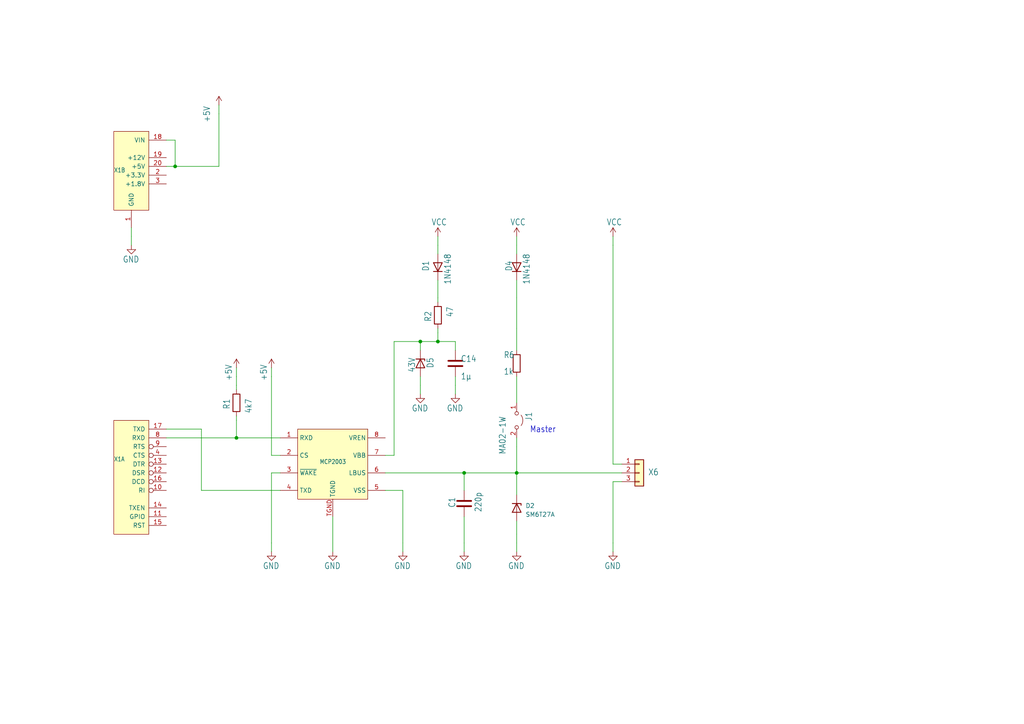
<source format=kicad_sch>
(kicad_sch (version 20250114) (generator "eeschema") (generator_version "9.0")
  (paper "A4")
  (title_block (date "2023-06-27"))
  (lib_symbols
    (symbol "AllSerial:AllSerial_Connector" (pin_names (offset 1.016))
      (property "Reference" "X" (at -5.08 19.05 0))
      (symbol "AllSerial_Connector_1_0"
        (pin output line (at 10.16 15.24 180) (length 5.08) (name "TXD") (number "17"))
        (pin input line (at 10.16 12.7 180) (length 5.08) (name "RXD") (number "8"))
        (pin output inverted (at 10.16 10.16 180) (length 5.08) (name "RTS") (number "9"))
        (pin input inverted (at 10.16 7.62 180) (length 5.08) (name "CTS") (number "4"))
        (pin output inverted (at 10.16 5.08 180) (length 5.08) (name "DTR") (number "13"))
        (pin input inverted (at 10.16 2.54 180) (length 5.08) (name "DSR") (number "12"))
        (pin input inverted (at 10.16 0 180) (length 5.08) (name "DCD") (number "16"))
        (pin input inverted (at 10.16 -2.54 180) (length 5.08) (name "RI") (number "10"))
        (pin output line (at 10.16 -7.62 180) (length 5.08) (name "TXEN") (number "14"))
        (pin bidirectional line (at 10.16 -10.16 180) (length 5.08) (name "GPIO") (number "11"))
        (pin bidirectional line (at 10.16 -12.7 180) (length 5.08) (name "RST") (number "15"))
      )
      (symbol "AllSerial_Connector_1_1"
        (rectangle (start -5.08 17.78) (end 5.08 -15.24) (fill (type background)))
      )
      (symbol "AllSerial_Connector_2_0"
        (pin bidirectional line (at 0 -10.16 90) (length 5.08) (name "GND") (number "1"))
        (pin bidirectional line (at 10.16 15.24 180) (length 5.08) (name "VIN") (number "18"))
        (pin bidirectional line (at 10.16 10.16 180) (length 5.08) (name "+12V") (number "19"))
        (pin bidirectional line (at 10.16 7.62 180) (length 5.08) (name "+5V") (number "20"))
        (pin bidirectional line (at 10.16 5.08 180) (length 5.08) (name "+3.3V") (number "2"))
        (pin bidirectional line (at 10.16 2.54 180) (length 5.08) (name "+1.8V") (number "3"))
      )
      (symbol "AllSerial_Connector_2_1"
        (rectangle (start -5.08 17.78) (end 5.08 -5.08) (fill (type background)))
      )
      (symbol "AllSerial_Connector_3_0"
        (pin bidirectional line (at 10.16 15.24 180) (length 5.08) (name "VUSB") (number "7"))
        (pin bidirectional line (at 10.16 12.7 180) (length 5.08) (name "D+") (number "6"))
        (pin bidirectional line (at 10.16 10.16 180) (length 5.08) (name "D-") (number "5"))
      )
      (symbol "AllSerial_Connector_3_1"
        (rectangle (start -5.08 17.78) (end 5.08 7.62) (fill (type background)))
      )
    )
    (symbol "AllSerial:MCP2003"
      (property "Value" "MCP2003" (at -3.81 0 0))
      (symbol "MCP2003_0_1"
        (rectangle (start -10.16 10.16) (end 10.16 -10.16) (fill (type background)))
      )
      (symbol "MCP2003_1_0"
        (pin input line (at -15.24 7.62 0) (length 5.08) (name "RXD") (number "1"))
        (pin input line (at -15.24 2.54 0) (length 5.08) (name "CS") (number "2"))
        (pin input line (at -15.24 -2.54 0) (length 5.08) (name "~{WAKE}") (number "3"))
        (pin output line (at -15.24 -7.62 0) (length 5.08) (name "TXD") (number "4"))
        (pin power_in line (at 0 -15.24 90) (length 5.08) (name "TGND") (number "TGND"))
        (pin output line (at 15.24 7.62 180) (length 5.08) (name "VREN") (number "8"))
        (pin power_in line (at 15.24 2.54 180) (length 5.08) (name "VBB") (number "7"))
        (pin bidirectional line (at 15.24 -2.54 180) (length 5.08) (name "LBUS") (number "6"))
        (pin power_in line (at 15.24 -7.62 180) (length 5.08) (name "VSS") (number "5"))
      )
    )
    (symbol "Connector_Generic:Conn_01x03" (pin_names (offset 1.016) (hide yes))
      (property "Reference" "J" (at 0 5.08 0))
      (property "Value" "Conn_01x03" (at 0 -5.08 0))
      (symbol "Conn_01x03_1_1"
        (rectangle (start -1.27 3.81) (end 1.27 -3.81) (stroke (width 0.254)) (fill (type background)))
        (rectangle (start -1.27 2.667) (end 0 2.413) (stroke (width 0.1524)))
        (rectangle (start -1.27 0.127) (end 0 -0.127) (stroke (width 0.1524)))
        (rectangle (start -1.27 -2.413) (end 0 -2.667) (stroke (width 0.1524)))
        (pin passive line (at -5.08 2.54 0) (length 3.81) (name "Pin_1") (number "1"))
        (pin passive line (at -5.08 0 0) (length 3.81) (name "Pin_2") (number "2"))
        (pin passive line (at -5.08 -2.54 0) (length 3.81) (name "Pin_3") (number "3"))
      )
    )
    (symbol "Device:C" (pin_numbers (hide yes)) (pin_names (offset 0.254))
      (property "Reference" "C" (at 0.635 2.54 0))
      (property "Value" "C" (at 0.635 -2.54 0))
      (symbol "C_0_1"
        (polyline (pts (xy -2.032 0.762) (xy 2.032 0.762)) (stroke (width 0.508)))
        (polyline (pts (xy -2.032 -0.762) (xy 2.032 -0.762)) (stroke (width 0.508)))
      )
      (symbol "C_1_1"
        (pin passive line (at 0 3.81 270) (length 2.794) (name "~") (number "1"))
        (pin passive line (at 0 -3.81 90) (length 2.794) (name "~") (number "2"))
      )
    )
    (symbol "Device:D" (pin_numbers (hide yes)) (pin_names (offset 1.016) (hide yes))
      (property "Reference" "D" (at 0 2.54 0))
      (property "Value" "D" (at 0 -2.54 0))
      (symbol "D_0_1"
        (polyline (pts (xy -1.27 1.27) (xy -1.27 -1.27)) (stroke (width 0.254)))
        (polyline (pts (xy 1.27 1.27) (xy 1.27 -1.27) (xy -1.27 0) (xy 1.27 1.27)) (stroke (width 0.254)))
        (polyline (pts (xy 1.27 0) (xy -1.27 0)))
      )
      (symbol "D_1_1"
        (pin passive line (at -3.81 0 0) (length 2.54) (name "K") (number "1"))
        (pin passive line (at 3.81 0 180) (length 2.54) (name "A") (number "2"))
      )
    )
    (symbol "Device:D_Zener" (pin_numbers (hide yes)) (pin_names (offset 1.016) (hide yes))
      (property "Reference" "D" (at 0 2.54 0))
      (property "Value" "D_Zener" (at 0 -2.54 0))
      (symbol "D_Zener_0_1"
        (polyline (pts (xy -1.27 -1.27) (xy -1.27 1.27) (xy -0.762 1.27)) (stroke (width 0.254)))
        (polyline (pts (xy 1.27 0) (xy -1.27 0)))
        (polyline (pts (xy 1.27 -1.27) (xy 1.27 1.27) (xy -1.27 0) (xy 1.27 -1.27)) (stroke (width 0.254)))
      )
      (symbol "D_Zener_1_1"
        (pin passive line (at -3.81 0 0) (length 2.54) (name "K") (number "1"))
        (pin passive line (at 3.81 0 180) (length 2.54) (name "A") (number "2"))
      )
    )
    (symbol "Device:R" (pin_numbers (hide yes)) (pin_names (offset 0))
      (property "Reference" "R" (at 2.032 0 90))
      (property "Value" "R" (at 0 0 90))
      (symbol "R_0_1"
        (rectangle (start -1.016 -2.54) (end 1.016 2.54) (stroke (width 0.254)))
      )
      (symbol "R_1_1"
        (pin passive line (at 0 3.81 270) (length 1.27) (name "~") (number "1"))
        (pin passive line (at 0 -3.81 90) (length 1.27) (name "~") (number "2"))
      )
    )
    (symbol "Jumper:Jumper_2_Open" (pin_names (offset 0) (hide yes))
      (property "Reference" "JP" (at 0 2.794 0))
      (property "Value" "Jumper_2_Open" (at 0 -2.286 0))
      (symbol "Jumper_2_Open_0_0"
        (circle (center -2.032 0) (radius 0.508))
        (circle (center 2.032 0) (radius 0.508))
      )
      (symbol "Jumper_2_Open_0_1"
        (arc (start -1.524 1.27) (mid 0 1.778) (end 1.524 1.27))
      )
      (symbol "Jumper_2_Open_1_1"
        (pin passive line (at -5.08 0 0) (length 2.54) (name "A") (number "1"))
        (pin passive line (at 5.08 0 180) (length 2.54) (name "B") (number "2"))
      )
    )
    (symbol "power:+5V" (power) (pin_names (offset 0))
      (property "Value" "+5V" (at 0 3.556 0))
      (symbol "+5V_0_1"
        (polyline (pts (xy -0.762 1.27) (xy 0 2.54)))
        (polyline (pts (xy 0 2.54) (xy 0.762 1.27)))
        (polyline (pts (xy 0 0) (xy 0 2.54)))
      )
      (symbol "+5V_1_1"
        (pin power_in line (at 0 0 90) (length 0) (hide yes) (name "+5V") (number "1"))
      )
    )
    (symbol "power:GND" (power) (pin_names (offset 0))
      (property "Value" "GND" (at 0 -3.81 0))
      (symbol "GND_0_1"
        (polyline (pts (xy 0 0) (xy 0 -1.27) (xy 1.27 -1.27) (xy 0 -2.54) (xy -1.27 -1.27) (xy 0 -1.27)))
      )
      (symbol "GND_1_1"
        (pin power_in line (at 0 0 270) (length 0) (hide yes) (name "GND") (number "1"))
      )
    )
    (symbol "power:VCC" (power) (pin_names (offset 0))
      (property "Value" "VCC" (at 0 3.81 0))
      (symbol "VCC_0_1"
        (polyline (pts (xy -0.762 1.27) (xy 0 2.54)))
        (polyline (pts (xy 0 2.54) (xy 0.762 1.27)))
        (polyline (pts (xy 0 0) (xy 0 2.54)))
      )
      (symbol "VCC_1_1"
        (pin power_in line (at 0 0 90) (length 0) (hide yes) (name "VCC") (number "1"))
      )
    )
  )
  (text "Master" (at 153.67 125.73 0) (effects (font (size 1.778 1.5113)) (justify left bottom)))
  (junction (at 127 99.06))
  (junction (at 50.8 48.26))
  (junction (at 149.86 137.16))
  (junction (at 68.58 127))
  (junction (at 134.62 137.16))
  (junction (at 121.92 99.06))
  (wire (pts (xy 149.86 129.54) (xy 149.86 137.16)) (stroke (width 0.1524)))
  (wire (pts (xy 149.86 81.28) (xy 149.86 86.36)))
  (wire (pts (xy 127 71.12) (xy 127 73.66)) (stroke (width 0.1524)))
  (wire (pts (xy 68.58 111.76) (xy 68.58 113.03)))
  (wire (pts (xy 132.08 111.76) (xy 132.08 114.3)))
  (wire (pts (xy 149.86 109.22) (xy 149.86 116.84)))
  (wire (pts (xy 134.62 137.16) (xy 149.86 137.16)) (stroke (width 0.1524)))
  (wire (pts (xy 63.5 48.26) (xy 63.5 33.02)) (stroke (width 0.1524)))
  (wire (pts (xy 149.86 68.58) (xy 149.86 71.12)))
  (wire (pts (xy 149.86 137.16) (xy 180.34 137.16)) (stroke (width 0.1524)))
  (wire (pts (xy 58.42 124.46) (xy 48.26 124.46)) (stroke (width 0.1524)))
  (wire (pts (xy 127 99.06) (xy 127 96.52)) (stroke (width 0.1524)))
  (wire (pts (xy 38.1 68.58) (xy 38.1 71.12)))
  (wire (pts (xy 177.8 134.62) (xy 177.8 71.12)) (stroke (width 0.1524)))
  (wire (pts (xy 81.28 137.16) (xy 78.74 137.16)) (stroke (width 0.1524)))
  (wire (pts (xy 134.62 157.48) (xy 134.62 160.02)))
  (wire (pts (xy 149.86 137.16) (xy 149.86 143.51)))
  (wire (pts (xy 177.8 139.7) (xy 180.34 139.7)) (stroke (width 0.1524)))
  (wire (pts (xy 111.76 142.24) (xy 116.84 142.24)) (stroke (width 0.1524)))
  (wire (pts (xy 111.76 132.08) (xy 114.3 132.08)) (stroke (width 0.1524)))
  (wire (pts (xy 50.8 40.64) (xy 48.26 40.64)) (stroke (width 0.1524)))
  (wire (pts (xy 149.86 86.36) (xy 149.86 95.25)) (stroke (width 0.1524)))
  (wire (pts (xy 134.62 157.48) (xy 134.62 149.86)) (stroke (width 0.1524)))
  (wire (pts (xy 127 86.36) (xy 127 87.63)))
  (wire (pts (xy 50.8 48.26) (xy 63.5 48.26)) (stroke (width 0.1524)))
  (wire (pts (xy 149.86 71.12) (xy 149.86 73.66)) (stroke (width 0.1524)))
  (wire (pts (xy 149.86 157.48) (xy 149.86 160.02)))
  (wire (pts (xy 68.58 111.76) (xy 68.58 109.22)) (stroke (width 0.1524)))
  (wire (pts (xy 116.84 157.48) (xy 116.84 160.02)))
  (wire (pts (xy 78.74 132.08) (xy 78.74 109.22)) (stroke (width 0.1524)))
  (wire (pts (xy 68.58 106.68) (xy 68.58 109.22)))
  (wire (pts (xy 132.08 99.06) (xy 127 99.06)) (stroke (width 0.1524)))
  (wire (pts (xy 121.92 109.22) (xy 121.92 111.76)) (stroke (width 0.1524)))
  (wire (pts (xy 180.34 134.62) (xy 177.8 134.62)) (stroke (width 0.1524)))
  (wire (pts (xy 63.5 30.48) (xy 63.5 33.02)))
  (wire (pts (xy 177.8 157.48) (xy 177.8 139.7)) (stroke (width 0.1524)))
  (wire (pts (xy 78.74 157.48) (xy 78.74 160.02)))
  (wire (pts (xy 114.3 99.06) (xy 121.92 99.06)) (stroke (width 0.1524)))
  (wire (pts (xy 78.74 137.16) (xy 78.74 157.48)) (stroke (width 0.1524)))
  (wire (pts (xy 134.62 142.24) (xy 134.62 137.16)) (stroke (width 0.1524)))
  (wire (pts (xy 149.86 95.25) (xy 149.86 101.6)))
  (wire (pts (xy 96.52 157.48) (xy 96.52 160.02)))
  (wire (pts (xy 68.58 121.92) (xy 68.58 127)) (stroke (width 0.1524)))
  (wire (pts (xy 177.8 68.58) (xy 177.8 71.12)))
  (wire (pts (xy 111.76 137.16) (xy 134.62 137.16)) (stroke (width 0.1524)))
  (wire (pts (xy 132.08 111.76) (xy 132.08 109.22)) (stroke (width 0.1524)))
  (wire (pts (xy 114.3 132.08) (xy 114.3 99.06)) (stroke (width 0.1524)))
  (wire (pts (xy 38.1 68.58) (xy 38.1 66.04)) (stroke (width 0.1524)))
  (wire (pts (xy 177.8 157.48) (xy 177.8 160.02)))
  (wire (pts (xy 127 81.28) (xy 127 86.36)) (stroke (width 0.1524)))
  (wire (pts (xy 68.58 127) (xy 48.26 127)) (stroke (width 0.1524)))
  (wire (pts (xy 149.86 154.94) (xy 149.86 157.48)) (stroke (width 0.1524)))
  (wire (pts (xy 81.28 142.24) (xy 58.42 142.24)) (stroke (width 0.1524)))
  (wire (pts (xy 121.92 99.06) (xy 127 99.06)) (stroke (width 0.1524)))
  (wire (pts (xy 132.08 101.6) (xy 132.08 99.06)) (stroke (width 0.1524)))
  (wire (pts (xy 116.84 142.24) (xy 116.84 157.48)) (stroke (width 0.1524)))
  (wire (pts (xy 81.28 132.08) (xy 78.74 132.08)) (stroke (width 0.1524)))
  (wire (pts (xy 127 95.25) (xy 127 96.52)))
  (wire (pts (xy 81.28 127) (xy 68.58 127)) (stroke (width 0.1524)))
  (wire (pts (xy 78.74 106.68) (xy 78.74 109.22)))
  (wire (pts (xy 68.58 120.65) (xy 68.58 121.92)))
  (wire (pts (xy 121.92 99.06) (xy 121.92 101.6)) (stroke (width 0.1524)))
  (wire (pts (xy 50.8 48.26) (xy 50.8 40.64)) (stroke (width 0.1524)))
  (wire (pts (xy 96.52 149.86) (xy 96.52 157.48)) (stroke (width 0.1524)))
  (wire (pts (xy 48.26 48.26) (xy 50.8 48.26)) (stroke (width 0.1524)))
  (wire (pts (xy 58.42 142.24) (xy 58.42 124.46)) (stroke (width 0.1524)))
  (wire (pts (xy 127 68.58) (xy 127 71.12)))
  (wire (pts (xy 121.92 111.76) (xy 121.92 114.3)))
  (wire (pts (xy 149.86 127) (xy 149.86 129.54)))
  (wire (pts (xy 149.86 151.13) (xy 149.86 154.94)))
  (symbol (lib_id "Device:C") (at 134.62 146.05 0) (unit 1)
    (property "Reference" "C1" (at 132.08 147.32 90) (effects (font (size 1.778 1.5113)) (justify left bottom)))
    (property "Value" "220p" (at 139.7 148.59 90) (effects (font (size 1.778 1.5113)) (justify left bottom)))
    (property "Footprint" "Capacitor_SMD:C_0805_2012Metric" (effects (hide yes)))
  )
  (symbol (lib_id "power:VCC") (at 127 68.58 0) (unit 1)
    (property "Reference" "#SUPPLY03" (effects (hide yes)))
    (property "Value" "VCC" (at 125.095 65.405 0) (effects (font (size 1.778 1.5113)) (justify left bottom)))
  )
  (symbol (lib_id "Connector_Generic:Conn_01x03") (at 185.42 137.16 0) (unit 1)
    (property "Reference" "X6" (at 187.96 137.922 0) (effects (font (size 1.778 1.5113)) (justify left bottom)))
    (property "Value" "AKL18X-03W" (effects (hide yes)))
    (property "Footprint" "AllSerial:Metz_PT11303HBBN_182" (effects (hide yes)))
    (property "Manuf #" "31182103" (effects (hide yes)))
  )
  (symbol (lib_id "power:GND") (at 116.84 160.02 0) (unit 1)
    (property "Reference" "#GND03" (effects (hide yes)))
    (property "Value" "GND" (at 114.3 165.1 0) (effects (font (size 1.778 1.5113)) (justify left bottom)))
  )
  (symbol (lib_id "Device:R") (at 127 91.44 180) (unit 1)
    (property "Reference" "R2" (at 123.19 90.17 90) (effects (font (size 1.778 1.5113)) (justify left bottom)))
    (property "Value" "47" (at 129.54 88.9 90) (effects (font (size 1.778 1.5113)) (justify left bottom)))
    (property "Footprint" "Resistor_SMD:R_0805_2012Metric" (effects (hide yes)))
  )
  (symbol (lib_id "Device:C") (at 132.08 105.41 0) (unit 1)
    (property "Reference" "C14" (at 133.604 105.029 0) (effects (font (size 1.778 1.5113)) (justify left bottom)))
    (property "Value" "1µ" (at 133.604 110.109 0) (effects (font (size 1.778 1.5113)) (justify left bottom)))
    (property "Footprint" "Capacitor_SMD:C_0805_2012Metric" (effects (hide yes)))
  )
  (symbol (lib_id "power:+5V") (at 78.74 106.68 0) (unit 1)
    (property "Reference" "#P+05" (effects (hide yes)))
    (property "Value" "+5V" (at 77.47 110.49 90) (effects (font (size 1.778 1.5113)) (justify left bottom)))
  )
  (symbol (lib_id "Device:D") (at 127 77.47 90) (unit 1)
    (property "Reference" "D1" (at 124.46 78.74 0) (effects (font (size 1.778 1.5113)) (justify left bottom)))
    (property "Value" "1N4148" (at 130.81 82.55 0) (effects (font (size 1.778 1.5113)) (justify left bottom)))
    (property "Footprint" "Diode_SMD:D_MiniMELF" (effects (hide yes)))
    (property "Sim.Device" "D" (effects (hide yes)))
    (property "Sim.Pins" "1=K 2=A" (effects (hide yes)))
  )
  (symbol (lib_id "power:GND") (at 96.52 160.02 0) (unit 1)
    (property "Reference" "#GND02" (effects (hide yes)))
    (property "Value" "GND" (at 93.98 165.1 0) (effects (font (size 1.778 1.5113)) (justify left bottom)))
  )
  (symbol (lib_id "AllSerial:MCP2003") (at 96.52 134.62 0) (unit 1)
    (property "Reference" "IC6" (effects (hide yes)))
    (property "Value" "MCP2003" (at 92.71 134.62 0) (effects (font (size 1.27 1.0795)) (justify left bottom)))
    (property "Footprint" "Package_SO:SOIC-8_3.9x4.9mm_P1.27mm" (effects (hide yes)))
  )
  (symbol (lib_id "power:GND") (at 38.1 71.12 0) (unit 1)
    (property "Reference" "#GND01" (effects (hide yes)))
    (property "Value" "GND" (at 35.56 76.2 0) (effects (font (size 1.778 1.5113)) (justify left bottom)))
  )
  (symbol (lib_id "power:GND") (at 78.74 160.02 0) (unit 1)
    (property "Reference" "#GND07" (effects (hide yes)))
    (property "Value" "GND" (at 76.2 165.1 0) (effects (font (size 1.778 1.5113)) (justify left bottom)))
  )
  (symbol (lib_id "Device:D_Zener") (at 121.92 105.41 270) (unit 1)
    (property "Reference" "D5" (at 123.825 103.632 0) (effects (font (size 1.778 1.5113)) (justify left bottom)))
    (property "Value" "43V" (at 118.491 103.632 0) (effects (font (size 1.778 1.5113)) (justify left bottom)))
    (property "Footprint" "Diode_SMD:D_MiniMELF" (effects (hide yes)))
  )
  (symbol (lib_id "power:+5V") (at 63.5 30.48 0) (unit 1)
    (property "Reference" "#P+03" (effects (hide yes)))
    (property "Value" "+5V" (at 60.96 35.56 90) (effects (font (size 1.778 1.5113)) (justify left bottom)))
  )
  (symbol (lib_id "power:GND") (at 121.92 114.3 0) (unit 1)
    (property "Reference" "#GND06" (effects (hide yes)))
    (property "Value" "GND" (at 119.38 119.38 0) (effects (font (size 1.778 1.5113)) (justify left bottom)))
  )
  (symbol (lib_id "power:GND") (at 134.62 160.02 0) (unit 1)
    (property "Reference" "#GND09" (effects (hide yes)))
    (property "Value" "GND" (at 132.08 165.1 0) (effects (font (size 1.778 1.5113)) (justify left bottom)))
  )
  (symbol (lib_id "Device:D_Zener") (at 149.86 147.32 270) (unit 1)
    (property "Reference" "D2" (at 152.4 146.685 90) (effects (justify left)))
    (property "Value" "SM6T27A" (at 152.4 149.225 90) (effects (justify left)))
    (property "Footprint" "Diode_SMD:D_SMB" (effects (hide yes)))
  )
  (symbol (lib_id "power:GND") (at 149.86 160.02 0) (unit 1)
    (property "Reference" "#GND04" (effects (hide yes)))
    (property "Value" "GND" (at 147.32 165.1 0) (effects (font (size 1.778 1.5113)) (justify left bottom)))
  )
  (symbol (lib_id "power:GND") (at 177.8 160.02 0) (unit 1)
    (property "Reference" "#GND05" (effects (hide yes)))
    (property "Value" "GND" (at 175.26 165.1 0) (effects (font (size 1.778 1.5113)) (justify left bottom)))
  )
  (symbol (lib_id "power:VCC") (at 177.8 68.58 0) (unit 1)
    (property "Reference" "#SUPPLY01" (effects (hide yes)))
    (property "Value" "VCC" (at 175.895 65.405 0) (effects (font (size 1.778 1.5113)) (justify left bottom)))
  )
  (symbol (lib_id "power:+5V") (at 68.58 106.68 0) (unit 1)
    (property "Reference" "#P+04" (effects (hide yes)))
    (property "Value" "+5V" (at 67.31 110.49 90) (effects (font (size 1.778 1.5113)) (justify left bottom)))
  )
  (symbol (lib_id "AllSerial:AllSerial_Connector") (at 38.1 55.88 0) (unit 2)
    (property "Reference" "X1" (at 33.02 50.038 0) (effects (font (size 1.27 1.0795)) (justify left bottom)))
    (property "Value" "ALLSERIALSLAVE" (effects (hide yes)))
    (property "Footprint" "AllSerial:SlaveBoard" (effects (hide yes)))
  )
  (symbol (lib_id "AllSerial:AllSerial_Connector") (at 38.1 139.7 0) (unit 1)
    (property "Reference" "X1" (at 33.02 133.858 0) (effects (font (size 1.27 1.0795)) (justify left bottom)))
    (property "Value" "ALLSERIALSLAVE" (effects (hide yes)))
    (property "Footprint" "AllSerial:SlaveBoard" (effects (hide yes)))
  )
  (symbol (lib_id "Device:R") (at 149.86 105.41 0) (unit 1)
    (property "Reference" "R6" (at 146.05 103.9114 0) (effects (font (size 1.778 1.5113)) (justify left bottom)))
    (property "Value" "1k" (at 146.05 108.712 0) (effects (font (size 1.778 1.5113)) (justify left bottom)))
    (property "Footprint" "Resistor_SMD:R_0805_2012Metric" (effects (hide yes)))
  )
  (symbol (lib_id "Device:D") (at 149.86 77.47 90) (unit 1)
    (property "Reference" "D4" (at 148.59 78.74 0) (effects (font (size 1.778 1.5113)) (justify left bottom)))
    (property "Value" "1N4148" (at 153.67 82.55 0) (effects (font (size 1.778 1.5113)) (justify left bottom)))
    (property "Footprint" "Diode_SMD:D_MiniMELF" (effects (hide yes)))
    (property "Sim.Device" "D" (effects (hide yes)))
    (property "Sim.Pins" "1=K 2=A" (effects (hide yes)))
  )
  (symbol (lib_id "power:GND") (at 132.08 114.3 0) (unit 1)
    (property "Reference" "#GND08" (effects (hide yes)))
    (property "Value" "GND" (at 129.54 119.38 0) (effects (font (size 1.778 1.5113)) (justify left bottom)))
  )
  (symbol (lib_id "Jumper:Jumper_2_Open") (at 149.86 121.92 270) (unit 1)
    (property "Reference" "J1" (at 152.4 119.38 0) (effects (font (size 1.778 1.5113)) (justify left bottom)))
    (property "Value" "MA02-1W" (at 144.78 120.65 0) (effects (font (size 1.778 1.5113)) (justify left bottom)))
    (property "Footprint" "Connector_PinHeader_2.54mm:PinHeader_1x02_P2.54mm_Horizontal" (effects (hide yes)))
  )
  (symbol (lib_id "Device:R") (at 68.58 116.84 180) (unit 1)
    (property "Reference" "R1" (at 64.77 115.57 90) (effects (font (size 1.778 1.5113)) (justify left bottom)))
    (property "Value" "4k7" (at 71.12 115.57 90) (effects (font (size 1.778 1.5113)) (justify left bottom)))
    (property "Footprint" "Resistor_SMD:R_0805_2012Metric" (effects (hide yes)))
  )
  (symbol (lib_id "power:VCC") (at 149.86 68.58 0) (unit 1)
    (property "Reference" "#SUPPLY02" (effects (hide yes)))
    (property "Value" "VCC" (at 147.955 65.405 0) (effects (font (size 1.778 1.5113)) (justify left bottom)))
  )
)
</source>
